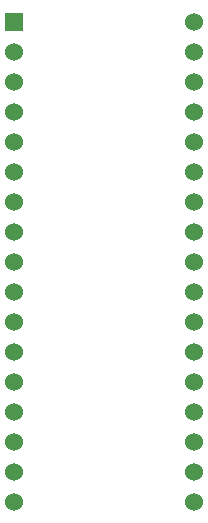
<source format=gts>
%TF.GenerationSoftware,KiCad,Pcbnew,5.1.8*%
%TF.CreationDate,2020-11-13T00:47:03+03:00*%
%TF.ProjectId,leech,6c656563-682e-46b6-9963-61645f706362,rev?*%
%TF.SameCoordinates,Original*%
%TF.FileFunction,Soldermask,Top*%
%TF.FilePolarity,Negative*%
%FSLAX46Y46*%
G04 Gerber Fmt 4.6, Leading zero omitted, Abs format (unit mm)*
G04 Created by KiCad (PCBNEW 5.1.8) date 2020-11-13 00:47:03*
%MOMM*%
%LPD*%
G01*
G04 APERTURE LIST*
%ADD10C,1.524000*%
%ADD11R,1.524000X1.524000*%
G04 APERTURE END LIST*
D10*
%TO.C,CN1*%
X40640000Y-25400000D03*
X40640000Y-27940000D03*
X40640000Y-30480000D03*
X40640000Y-33020000D03*
X40640000Y-35560000D03*
X40640000Y-38100000D03*
X40640000Y-40640000D03*
X40640000Y-43180000D03*
X40640000Y-45720000D03*
X40640000Y-48260000D03*
X40640000Y-50800000D03*
X40640000Y-53340000D03*
X40640000Y-55880000D03*
X40640000Y-58420000D03*
X40640000Y-60960000D03*
X40640000Y-63500000D03*
X40640000Y-66040000D03*
X25400000Y-66040000D03*
X25400000Y-63500000D03*
X25400000Y-60960000D03*
X25400000Y-58420000D03*
X25400000Y-55880000D03*
X25400000Y-53340000D03*
X25400000Y-50800000D03*
X25400000Y-48260000D03*
X25400000Y-45720000D03*
X25400000Y-43180000D03*
X25400000Y-40640000D03*
X25400000Y-38100000D03*
X25400000Y-35560000D03*
X25400000Y-33020000D03*
X25400000Y-30480000D03*
X25400000Y-27940000D03*
D11*
X25400000Y-25400000D03*
%TD*%
M02*

</source>
